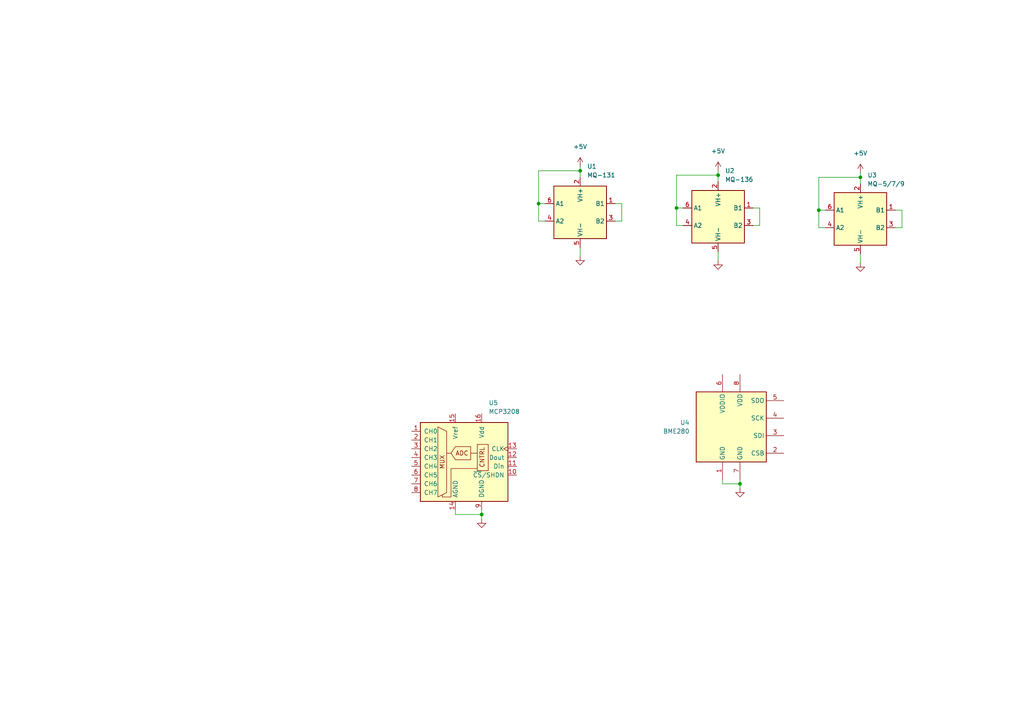
<source format=kicad_sch>
(kicad_sch (version 20211123) (generator eeschema)
  (paper "A4")
  (lib_symbols
    (symbol "Analog_ADC:MCP3208" (pin_names (offset 1.016))
      (property "Reference" "U" (at -5.08 13.335 0))
      (property "Value" "MCP3208" (at -5.08 11.43 0))
      (symbol "MCP3208_0_0"
        (text "ADC" (at -0.635 1.27 0) (effects (font (size 1.27 1.27))))
        (text "CNTRL" (at 5.969 -2.921 900) (effects (font (size 1.27 1.27)) (justify left bottom)))
        (text "MUX" (at -6.35 -1.27 900) (effects (font (size 1.27 1.27))))
      )
      (symbol "MCP3208_0_1"
        (polyline (pts (xy -3.81 1.27) (xy -5.08 1.27)))
        (polyline (pts (xy 1.905 1.27) (xy 3.81 1.27)))
        (polyline (pts (xy -7.62 8.89) (xy -7.62 -11.43) (xy -5.08 -10.16) (xy -5.08 7.62) (xy -7.62 8.89)))
        (polyline (pts (xy 3.81 -3.175) (xy -3.81 -3.175) (xy -3.81 -11.43) (xy -6.35 -11.43) (xy -6.35 -10.795)))
        (polyline (pts (xy 1.905 3.175) (xy 1.905 -0.635) (xy -2.54 -0.635) (xy -3.81 1.27) (xy -2.54 3.175) (xy 1.905 3.175)))
        (rectangle (start 3.81 -3.81) (end 6.985 3.81))
        (rectangle (start 12.7 -12.7) (end -12.7 10.16) (stroke (width 0.254)) (fill (type background)))
      )
      (symbol "MCP3208_1_1"
        (pin input line (at -15.24 7.62 0) (length 2.54) (name "CH0") (number "1"))
        (pin input line (at 15.24 -5.08 180) (length 2.54) (name "~{CS}/SHDN") (number "10"))
        (pin input line (at 15.24 -2.54 180) (length 2.54) (name "Din") (number "11"))
        (pin output line (at 15.24 0 180) (length 2.54) (name "Dout") (number "12"))
        (pin input clock (at 15.24 2.54 180) (length 2.54) (name "CLK") (number "13"))
        (pin power_in line (at -2.54 -15.24 90) (length 2.54) (name "AGND") (number "14"))
        (pin power_in line (at -2.54 12.7 270) (length 2.54) (name "Vref") (number "15"))
        (pin power_in line (at 5.08 12.7 270) (length 2.54) (name "Vdd") (number "16"))
        (pin input line (at -15.24 5.08 0) (length 2.54) (name "CH1") (number "2"))
        (pin input line (at -15.24 2.54 0) (length 2.54) (name "CH2") (number "3"))
        (pin input line (at -15.24 0 0) (length 2.54) (name "CH3") (number "4"))
        (pin input line (at -15.24 -2.54 0) (length 2.54) (name "CH4") (number "5"))
        (pin input line (at -15.24 -5.08 0) (length 2.54) (name "CH5") (number "6"))
        (pin input line (at -15.24 -7.62 0) (length 2.54) (name "CH6") (number "7"))
        (pin input line (at -15.24 -10.16 0) (length 2.54) (name "CH7") (number "8"))
        (pin power_in line (at 5.08 -15.24 90) (length 2.54) (name "DGND") (number "9"))
      )
    )
    (symbol "Sensor:BME280"
      (property "Reference" "U" (at -8.89 11.43 0))
      (property "Value" "BME280" (at 7.62 11.43 0))
      (symbol "BME280_0_1"
        (rectangle (start -10.16 10.16) (end 10.16 -10.16) (stroke (width 0.254)) (fill (type background)))
      )
      (symbol "BME280_1_1"
        (pin power_in line (at -2.54 -15.24 90) (length 5.08) (name "GND") (number "1"))
        (pin input line (at 15.24 -7.62 180) (length 5.08) (name "CSB") (number "2"))
        (pin bidirectional line (at 15.24 -2.54 180) (length 5.08) (name "SDI") (number "3"))
        (pin input line (at 15.24 2.54 180) (length 5.08) (name "SCK") (number "4"))
        (pin bidirectional line (at 15.24 7.62 180) (length 5.08) (name "SDO") (number "5"))
        (pin power_in line (at -2.54 15.24 270) (length 5.08) (name "VDDIO") (number "6"))
        (pin power_in line (at 2.54 -15.24 90) (length 5.08) (name "GND") (number "7"))
        (pin power_in line (at 2.54 15.24 270) (length 5.08) (name "VDD") (number "8"))
      )
    )
    (symbol "Sensor_Gas:MQ-6"
      (property "Reference" "U" (at -6.35 8.89 0))
      (property "Value" "MQ-6" (at 3.81 8.89 0))
      (symbol "MQ-6_0_1"
        (rectangle (start -7.62 7.62) (end 7.62 -7.62) (stroke (width 0.254)) (fill (type background)))
      )
      (symbol "MQ-6_1_1"
        (pin passive line (at 10.16 2.54 180) (length 2.54) (name "B1") (number "1"))
        (pin power_in line (at 0 10.16 270) (length 2.54) (name "VH+") (number "2"))
        (pin passive line (at 10.16 -2.54 180) (length 2.54) (name "B2") (number "3"))
        (pin passive line (at -10.16 -2.54 0) (length 2.54) (name "A2") (number "4"))
        (pin power_in line (at 0 -10.16 90) (length 2.54) (name "VH-") (number "5"))
        (pin passive line (at -10.16 2.54 0) (length 2.54) (name "A1") (number "6"))
      )
    )
    (symbol "power:+5V" (power) (pin_names (offset 0))
      (property "Value" "+5V" (at 0 3.556 0))
      (symbol "+5V_0_1"
        (polyline (pts (xy -0.762 1.27) (xy 0 2.54)))
        (polyline (pts (xy 0 0) (xy 0 2.54)))
        (polyline (pts (xy 0 2.54) (xy 0.762 1.27)))
      )
      (symbol "+5V_1_1"
        (pin power_in line (at 0 0 90) (length 0) hide (name "+5V") (number "1"))
      )
    )
    (symbol "power:GND" (power) (pin_names (offset 0))
      (property "Value" "GND" (at 0 -3.81 0))
      (symbol "GND_0_1"
        (polyline (pts (xy 0 0) (xy 0 -1.27) (xy 1.27 -1.27) (xy 0 -2.54) (xy -1.27 -1.27) (xy 0 -1.27)))
      )
      (symbol "GND_1_1"
        (pin power_in line (at 0 0 270) (length 0) hide (name "GND") (number "1"))
      )
    )
  )
  (junction (at 196.215 60.325))
  (junction (at 249.555 51.435))
  (junction (at 214.63 140.335))
  (junction (at 208.28 50.8))
  (junction (at 237.49 60.96))
  (junction (at 139.7 149.225))
  (junction (at 156.21 59.055))
  (junction (at 168.275 49.53))
  (wire (pts (xy 237.49 51.435) (xy 237.49 60.96)))
  (wire (pts (xy 139.7 149.225) (xy 139.7 150.495)))
  (wire (pts (xy 214.63 140.335) (xy 214.63 141.605)))
  (wire (pts (xy 132.08 149.225) (xy 139.7 149.225)))
  (wire (pts (xy 156.21 64.135) (xy 158.115 64.135)))
  (wire (pts (xy 180.34 59.055) (xy 180.34 64.135)))
  (wire (pts (xy 218.44 60.325) (xy 220.345 60.325)))
  (wire (pts (xy 237.49 60.96) (xy 237.49 66.04)))
  (wire (pts (xy 208.28 73.025) (xy 208.28 75.565)))
  (wire (pts (xy 214.63 139.065) (xy 214.63 140.335)))
  (wire (pts (xy 198.12 60.325) (xy 196.215 60.325)))
  (wire (pts (xy 249.555 50.165) (xy 249.555 51.435)))
  (wire (pts (xy 158.115 59.055) (xy 156.21 59.055)))
  (wire (pts (xy 237.49 66.04) (xy 239.395 66.04)))
  (wire (pts (xy 132.08 147.955) (xy 132.08 149.225)))
  (wire (pts (xy 209.55 139.065) (xy 209.55 140.335)))
  (wire (pts (xy 178.435 59.055) (xy 180.34 59.055)))
  (wire (pts (xy 249.555 51.435) (xy 237.49 51.435)))
  (wire (pts (xy 196.215 50.8) (xy 196.215 60.325)))
  (wire (pts (xy 209.55 140.335) (xy 214.63 140.335)))
  (wire (pts (xy 156.21 49.53) (xy 156.21 59.055)))
  (wire (pts (xy 168.275 49.53) (xy 168.275 51.435)))
  (wire (pts (xy 261.62 66.04) (xy 259.715 66.04)))
  (wire (pts (xy 168.275 71.755) (xy 168.275 74.295)))
  (wire (pts (xy 208.28 50.8) (xy 196.215 50.8)))
  (wire (pts (xy 220.345 60.325) (xy 220.345 65.405)))
  (wire (pts (xy 220.345 65.405) (xy 218.44 65.405)))
  (wire (pts (xy 249.555 51.435) (xy 249.555 53.34)))
  (wire (pts (xy 208.28 49.53) (xy 208.28 50.8)))
  (wire (pts (xy 168.275 49.53) (xy 156.21 49.53)))
  (wire (pts (xy 139.7 147.955) (xy 139.7 149.225)))
  (wire (pts (xy 168.275 48.26) (xy 168.275 49.53)))
  (wire (pts (xy 196.215 65.405) (xy 198.12 65.405)))
  (wire (pts (xy 261.62 60.96) (xy 261.62 66.04)))
  (wire (pts (xy 180.34 64.135) (xy 178.435 64.135)))
  (wire (pts (xy 196.215 60.325) (xy 196.215 65.405)))
  (wire (pts (xy 208.28 50.8) (xy 208.28 52.705)))
  (wire (pts (xy 259.715 60.96) (xy 261.62 60.96)))
  (wire (pts (xy 156.21 59.055) (xy 156.21 64.135)))
  (wire (pts (xy 249.555 73.66) (xy 249.555 76.2)))
  (wire (pts (xy 239.395 60.96) (xy 237.49 60.96)))
  (symbol (lib_id "Sensor_Gas:MQ-6") (at 168.275 61.595 0) (unit 1)
    (property "Reference" "U1" (at 170.2944 48.26 0) (effects (justify left)))
    (property "Value" "MQ-131" (at 170.2944 50.8 0) (effects (justify left)))
    (property "Footprint" "Sensor:MQ-6" (effects hide))
    (property "Datasheet" "https://www.winsen-sensor.com/d/files/semiconductor/mq-6.pdf" (effects hide))
  )
  (symbol (lib_id "power:+5V") (at 249.555 50.165 0) (unit 1)
    (property "Reference" "#PWR03" (effects hide))
    (property "Value" "+5V" (at 249.555 44.45 0))
  )
  (symbol (lib_id "Analog_ADC:MCP3208") (at 134.62 132.715 0) (unit 1)
    (property "Reference" "U5" (at 141.7194 116.84 0) (effects (justify left)))
    (property "Value" "MCP3208" (at 141.7194 119.38 0) (effects (justify left)))
    (property "Datasheet" "http://ww1.microchip.com/downloads/en/DeviceDoc/21298c.pdf" (effects hide))
  )
  (symbol (lib_id "power:+5V") (at 168.275 48.26 0) (unit 1)
    (property "Reference" "#PWR01" (effects hide))
    (property "Value" "+5V" (at 168.275 42.545 0))
  )
  (symbol (lib_id "power:GND") (at 168.275 74.295 0) (unit 1) (in_bom no)
    (property "Reference" "#PWR04" (effects hide))
    (property "Value" "GND" (effects hide))
  )
  (symbol (lib_id "power:GND") (at 214.63 141.605 0) (unit 1) (in_bom no)
    (property "Reference" "#PWR07" (effects hide))
    (property "Value" "GND" (effects hide))
  )
  (symbol (lib_id "power:+5V") (at 208.28 49.53 0) (unit 1)
    (property "Reference" "#PWR02" (effects hide))
    (property "Value" "+5V" (at 208.28 43.815 0))
  )
  (symbol (lib_id "Sensor_Gas:MQ-6") (at 208.28 62.865 0) (unit 1)
    (property "Reference" "U2" (at 210.2994 49.53 0) (effects (justify left)))
    (property "Value" "MQ-136" (at 210.2994 52.07 0) (effects (justify left)))
    (property "Footprint" "Sensor:MQ-6" (effects hide))
    (property "Datasheet" "https://www.winsen-sensor.com/d/files/semiconductor/mq-6.pdf" (effects hide))
  )
  (symbol (lib_id "Sensor:BME280") (at 212.09 123.825 0) (unit 1)
    (property "Reference" "U4" (at 200.025 122.5549 0) (effects (justify right)))
    (property "Value" "BME280" (at 200.025 125.0949 0) (effects (justify right)))
    (property "Footprint" "Package_LGA:Bosch_LGA-8_2.5x2.5mm_P0.65mm_ClockwisePinNumbering" (effects hide))
    (property "Datasheet" "https://ae-bst.resource.bosch.com/media/_tech/media/datasheets/BST-BME280-DS002.pdf" (effects hide))
  )
  (symbol (lib_id "power:GND") (at 208.28 75.565 0) (unit 1) (in_bom no)
    (property "Reference" "#PWR05" (effects hide))
    (property "Value" "GND" (effects hide))
  )
  (symbol (lib_id "power:GND") (at 139.7 150.495 0) (unit 1) (in_bom no)
    (property "Reference" "#PWR08" (effects hide))
    (property "Value" "GND" (effects hide))
  )
  (symbol (lib_id "Sensor_Gas:MQ-6") (at 249.555 63.5 0) (unit 1)
    (property "Reference" "U3" (at 251.5744 50.8 0) (effects (justify left)))
    (property "Value" "MQ-5/7/9" (at 251.5744 53.34 0) (effects (justify left)))
    (property "Footprint" "Sensor:MQ-6" (effects hide))
    (property "Datasheet" "https://www.winsen-sensor.com/d/files/semiconductor/mq-6.pdf" (effects hide))
  )
  (symbol (lib_id "power:GND") (at 249.555 76.2 0) (unit 1) (in_bom no)
    (property "Reference" "#PWR06" (effects hide))
    (property "Value" "GND" (effects hide))
  )
)
</source>
